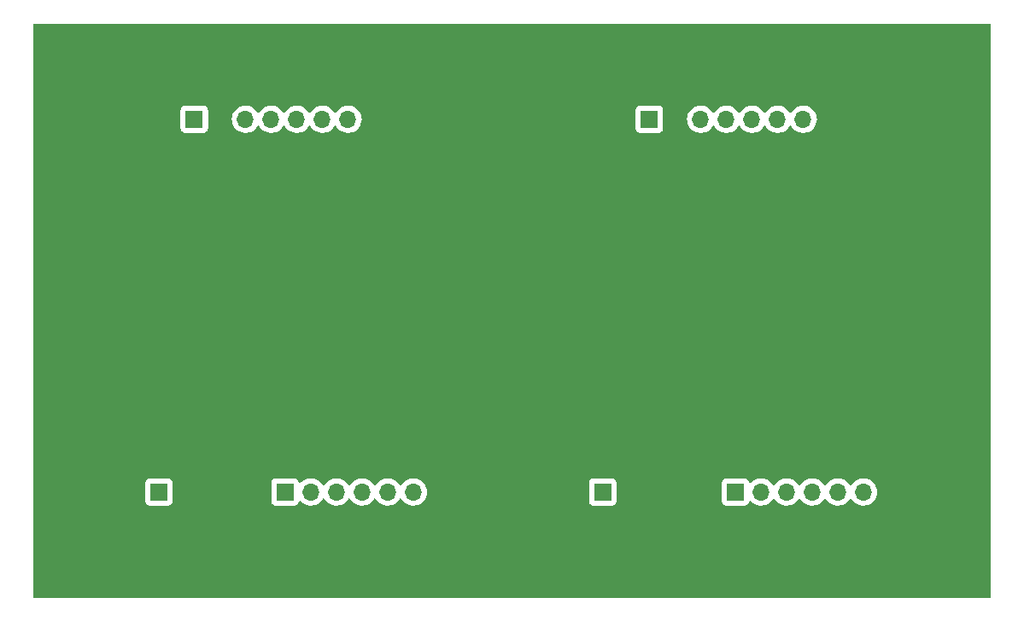
<source format=gbl>
G04 #@! TF.GenerationSoftware,KiCad,Pcbnew,(6.0.1)*
G04 #@! TF.CreationDate,2023-03-29T19:46:05-04:00*
G04 #@! TF.ProjectId,G-NiceRF Breakout Board,472d4e69-6365-4524-9620-427265616b6f,rev?*
G04 #@! TF.SameCoordinates,Original*
G04 #@! TF.FileFunction,Copper,L2,Bot*
G04 #@! TF.FilePolarity,Positive*
%FSLAX46Y46*%
G04 Gerber Fmt 4.6, Leading zero omitted, Abs format (unit mm)*
G04 Created by KiCad (PCBNEW (6.0.1)) date 2023-03-29 19:46:05*
%MOMM*%
%LPD*%
G01*
G04 APERTURE LIST*
G04 #@! TA.AperFunction,ComponentPad*
%ADD10R,1.700000X1.700000*%
G04 #@! TD*
G04 #@! TA.AperFunction,ComponentPad*
%ADD11O,1.700000X1.700000*%
G04 #@! TD*
G04 APERTURE END LIST*
D10*
X137125000Y-45000000D03*
D11*
X139665000Y-45000000D03*
X142205000Y-45000000D03*
X144745000Y-45000000D03*
X147285000Y-45000000D03*
X149825000Y-45000000D03*
X152365000Y-45000000D03*
X154905000Y-45000000D03*
D10*
X145650000Y-82000000D03*
D11*
X148190000Y-82000000D03*
X150730000Y-82000000D03*
X153270000Y-82000000D03*
X155810000Y-82000000D03*
X158350000Y-82000000D03*
D10*
X88500000Y-82000000D03*
D11*
X91040000Y-82000000D03*
D10*
X92000000Y-45000000D03*
D11*
X94540000Y-45000000D03*
X97080000Y-45000000D03*
X99620000Y-45000000D03*
X102160000Y-45000000D03*
X104700000Y-45000000D03*
X107240000Y-45000000D03*
X109780000Y-45000000D03*
D10*
X132500000Y-82000000D03*
D11*
X135040000Y-82000000D03*
D10*
X101000000Y-82000000D03*
D11*
X103540000Y-82000000D03*
X106080000Y-82000000D03*
X108620000Y-82000000D03*
X111160000Y-82000000D03*
X113700000Y-82000000D03*
G04 #@! TA.AperFunction,Conductor*
G36*
X170934121Y-35528002D02*
G01*
X170980614Y-35581658D01*
X170992000Y-35634000D01*
X170992000Y-92366000D01*
X170971998Y-92434121D01*
X170918342Y-92480614D01*
X170866000Y-92492000D01*
X76134000Y-92492000D01*
X76065879Y-92471998D01*
X76019386Y-92418342D01*
X76008000Y-92366000D01*
X76008000Y-82898134D01*
X87141500Y-82898134D01*
X87148255Y-82960316D01*
X87199385Y-83096705D01*
X87286739Y-83213261D01*
X87403295Y-83300615D01*
X87539684Y-83351745D01*
X87601866Y-83358500D01*
X89398134Y-83358500D01*
X89460316Y-83351745D01*
X89596705Y-83300615D01*
X89713261Y-83213261D01*
X89800615Y-83096705D01*
X89851745Y-82960316D01*
X89858500Y-82898134D01*
X99641500Y-82898134D01*
X99648255Y-82960316D01*
X99699385Y-83096705D01*
X99786739Y-83213261D01*
X99903295Y-83300615D01*
X100039684Y-83351745D01*
X100101866Y-83358500D01*
X101898134Y-83358500D01*
X101960316Y-83351745D01*
X102096705Y-83300615D01*
X102213261Y-83213261D01*
X102300615Y-83096705D01*
X102322799Y-83037529D01*
X102344598Y-82979382D01*
X102387240Y-82922618D01*
X102453802Y-82897918D01*
X102523150Y-82913126D01*
X102557817Y-82941114D01*
X102586250Y-82973938D01*
X102758126Y-83116632D01*
X102951000Y-83229338D01*
X103159692Y-83309030D01*
X103164760Y-83310061D01*
X103164763Y-83310062D01*
X103272017Y-83331883D01*
X103378597Y-83353567D01*
X103383772Y-83353757D01*
X103383774Y-83353757D01*
X103596673Y-83361564D01*
X103596677Y-83361564D01*
X103601837Y-83361753D01*
X103606957Y-83361097D01*
X103606959Y-83361097D01*
X103818288Y-83334025D01*
X103818289Y-83334025D01*
X103823416Y-83333368D01*
X103828366Y-83331883D01*
X104032429Y-83270661D01*
X104032434Y-83270659D01*
X104037384Y-83269174D01*
X104237994Y-83170896D01*
X104419860Y-83041173D01*
X104578096Y-82883489D01*
X104708453Y-82702077D01*
X104709776Y-82703028D01*
X104756645Y-82659857D01*
X104826580Y-82647625D01*
X104892026Y-82675144D01*
X104919875Y-82706994D01*
X104979987Y-82805088D01*
X105126250Y-82973938D01*
X105298126Y-83116632D01*
X105491000Y-83229338D01*
X105699692Y-83309030D01*
X105704760Y-83310061D01*
X105704763Y-83310062D01*
X105812017Y-83331883D01*
X105918597Y-83353567D01*
X105923772Y-83353757D01*
X105923774Y-83353757D01*
X106136673Y-83361564D01*
X106136677Y-83361564D01*
X106141837Y-83361753D01*
X106146957Y-83361097D01*
X106146959Y-83361097D01*
X106358288Y-83334025D01*
X106358289Y-83334025D01*
X106363416Y-83333368D01*
X106368366Y-83331883D01*
X106572429Y-83270661D01*
X106572434Y-83270659D01*
X106577384Y-83269174D01*
X106777994Y-83170896D01*
X106959860Y-83041173D01*
X107118096Y-82883489D01*
X107248453Y-82702077D01*
X107249776Y-82703028D01*
X107296645Y-82659857D01*
X107366580Y-82647625D01*
X107432026Y-82675144D01*
X107459875Y-82706994D01*
X107519987Y-82805088D01*
X107666250Y-82973938D01*
X107838126Y-83116632D01*
X108031000Y-83229338D01*
X108239692Y-83309030D01*
X108244760Y-83310061D01*
X108244763Y-83310062D01*
X108352017Y-83331883D01*
X108458597Y-83353567D01*
X108463772Y-83353757D01*
X108463774Y-83353757D01*
X108676673Y-83361564D01*
X108676677Y-83361564D01*
X108681837Y-83361753D01*
X108686957Y-83361097D01*
X108686959Y-83361097D01*
X108898288Y-83334025D01*
X108898289Y-83334025D01*
X108903416Y-83333368D01*
X108908366Y-83331883D01*
X109112429Y-83270661D01*
X109112434Y-83270659D01*
X109117384Y-83269174D01*
X109317994Y-83170896D01*
X109499860Y-83041173D01*
X109658096Y-82883489D01*
X109788453Y-82702077D01*
X109789776Y-82703028D01*
X109836645Y-82659857D01*
X109906580Y-82647625D01*
X109972026Y-82675144D01*
X109999875Y-82706994D01*
X110059987Y-82805088D01*
X110206250Y-82973938D01*
X110378126Y-83116632D01*
X110571000Y-83229338D01*
X110779692Y-83309030D01*
X110784760Y-83310061D01*
X110784763Y-83310062D01*
X110892017Y-83331883D01*
X110998597Y-83353567D01*
X111003772Y-83353757D01*
X111003774Y-83353757D01*
X111216673Y-83361564D01*
X111216677Y-83361564D01*
X111221837Y-83361753D01*
X111226957Y-83361097D01*
X111226959Y-83361097D01*
X111438288Y-83334025D01*
X111438289Y-83334025D01*
X111443416Y-83333368D01*
X111448366Y-83331883D01*
X111652429Y-83270661D01*
X111652434Y-83270659D01*
X111657384Y-83269174D01*
X111857994Y-83170896D01*
X112039860Y-83041173D01*
X112198096Y-82883489D01*
X112328453Y-82702077D01*
X112329776Y-82703028D01*
X112376645Y-82659857D01*
X112446580Y-82647625D01*
X112512026Y-82675144D01*
X112539875Y-82706994D01*
X112599987Y-82805088D01*
X112746250Y-82973938D01*
X112918126Y-83116632D01*
X113111000Y-83229338D01*
X113319692Y-83309030D01*
X113324760Y-83310061D01*
X113324763Y-83310062D01*
X113432017Y-83331883D01*
X113538597Y-83353567D01*
X113543772Y-83353757D01*
X113543774Y-83353757D01*
X113756673Y-83361564D01*
X113756677Y-83361564D01*
X113761837Y-83361753D01*
X113766957Y-83361097D01*
X113766959Y-83361097D01*
X113978288Y-83334025D01*
X113978289Y-83334025D01*
X113983416Y-83333368D01*
X113988366Y-83331883D01*
X114192429Y-83270661D01*
X114192434Y-83270659D01*
X114197384Y-83269174D01*
X114397994Y-83170896D01*
X114579860Y-83041173D01*
X114723400Y-82898134D01*
X131141500Y-82898134D01*
X131148255Y-82960316D01*
X131199385Y-83096705D01*
X131286739Y-83213261D01*
X131403295Y-83300615D01*
X131539684Y-83351745D01*
X131601866Y-83358500D01*
X133398134Y-83358500D01*
X133460316Y-83351745D01*
X133596705Y-83300615D01*
X133713261Y-83213261D01*
X133800615Y-83096705D01*
X133851745Y-82960316D01*
X133858500Y-82898134D01*
X144291500Y-82898134D01*
X144298255Y-82960316D01*
X144349385Y-83096705D01*
X144436739Y-83213261D01*
X144553295Y-83300615D01*
X144689684Y-83351745D01*
X144751866Y-83358500D01*
X146548134Y-83358500D01*
X146610316Y-83351745D01*
X146746705Y-83300615D01*
X146863261Y-83213261D01*
X146950615Y-83096705D01*
X146972799Y-83037529D01*
X146994598Y-82979382D01*
X147037240Y-82922618D01*
X147103802Y-82897918D01*
X147173150Y-82913126D01*
X147207817Y-82941114D01*
X147236250Y-82973938D01*
X147408126Y-83116632D01*
X147601000Y-83229338D01*
X147809692Y-83309030D01*
X147814760Y-83310061D01*
X147814763Y-83310062D01*
X147922017Y-83331883D01*
X148028597Y-83353567D01*
X148033772Y-83353757D01*
X148033774Y-83353757D01*
X148246673Y-83361564D01*
X148246677Y-83361564D01*
X148251837Y-83361753D01*
X148256957Y-83361097D01*
X148256959Y-83361097D01*
X148468288Y-83334025D01*
X148468289Y-83334025D01*
X148473416Y-83333368D01*
X148478366Y-83331883D01*
X148682429Y-83270661D01*
X148682434Y-83270659D01*
X148687384Y-83269174D01*
X148887994Y-83170896D01*
X149069860Y-83041173D01*
X149228096Y-82883489D01*
X149358453Y-82702077D01*
X149359776Y-82703028D01*
X149406645Y-82659857D01*
X149476580Y-82647625D01*
X149542026Y-82675144D01*
X149569875Y-82706994D01*
X149629987Y-82805088D01*
X149776250Y-82973938D01*
X149948126Y-83116632D01*
X150141000Y-83229338D01*
X150349692Y-83309030D01*
X150354760Y-83310061D01*
X150354763Y-83310062D01*
X150462017Y-83331883D01*
X150568597Y-83353567D01*
X150573772Y-83353757D01*
X150573774Y-83353757D01*
X150786673Y-83361564D01*
X150786677Y-83361564D01*
X150791837Y-83361753D01*
X150796957Y-83361097D01*
X150796959Y-83361097D01*
X151008288Y-83334025D01*
X151008289Y-83334025D01*
X151013416Y-83333368D01*
X151018366Y-83331883D01*
X151222429Y-83270661D01*
X151222434Y-83270659D01*
X151227384Y-83269174D01*
X151427994Y-83170896D01*
X151609860Y-83041173D01*
X151768096Y-82883489D01*
X151898453Y-82702077D01*
X151899776Y-82703028D01*
X151946645Y-82659857D01*
X152016580Y-82647625D01*
X152082026Y-82675144D01*
X152109875Y-82706994D01*
X152169987Y-82805088D01*
X152316250Y-82973938D01*
X152488126Y-83116632D01*
X152681000Y-83229338D01*
X152889692Y-83309030D01*
X152894760Y-83310061D01*
X152894763Y-83310062D01*
X153002017Y-83331883D01*
X153108597Y-83353567D01*
X153113772Y-83353757D01*
X153113774Y-83353757D01*
X153326673Y-83361564D01*
X153326677Y-83361564D01*
X153331837Y-83361753D01*
X153336957Y-83361097D01*
X153336959Y-83361097D01*
X153548288Y-83334025D01*
X153548289Y-83334025D01*
X153553416Y-83333368D01*
X153558366Y-83331883D01*
X153762429Y-83270661D01*
X153762434Y-83270659D01*
X153767384Y-83269174D01*
X153967994Y-83170896D01*
X154149860Y-83041173D01*
X154308096Y-82883489D01*
X154438453Y-82702077D01*
X154439776Y-82703028D01*
X154486645Y-82659857D01*
X154556580Y-82647625D01*
X154622026Y-82675144D01*
X154649875Y-82706994D01*
X154709987Y-82805088D01*
X154856250Y-82973938D01*
X155028126Y-83116632D01*
X155221000Y-83229338D01*
X155429692Y-83309030D01*
X155434760Y-83310061D01*
X155434763Y-83310062D01*
X155542017Y-83331883D01*
X155648597Y-83353567D01*
X155653772Y-83353757D01*
X155653774Y-83353757D01*
X155866673Y-83361564D01*
X155866677Y-83361564D01*
X155871837Y-83361753D01*
X155876957Y-83361097D01*
X155876959Y-83361097D01*
X156088288Y-83334025D01*
X156088289Y-83334025D01*
X156093416Y-83333368D01*
X156098366Y-83331883D01*
X156302429Y-83270661D01*
X156302434Y-83270659D01*
X156307384Y-83269174D01*
X156507994Y-83170896D01*
X156689860Y-83041173D01*
X156848096Y-82883489D01*
X156978453Y-82702077D01*
X156979776Y-82703028D01*
X157026645Y-82659857D01*
X157096580Y-82647625D01*
X157162026Y-82675144D01*
X157189875Y-82706994D01*
X157249987Y-82805088D01*
X157396250Y-82973938D01*
X157568126Y-83116632D01*
X157761000Y-83229338D01*
X157969692Y-83309030D01*
X157974760Y-83310061D01*
X157974763Y-83310062D01*
X158082017Y-83331883D01*
X158188597Y-83353567D01*
X158193772Y-83353757D01*
X158193774Y-83353757D01*
X158406673Y-83361564D01*
X158406677Y-83361564D01*
X158411837Y-83361753D01*
X158416957Y-83361097D01*
X158416959Y-83361097D01*
X158628288Y-83334025D01*
X158628289Y-83334025D01*
X158633416Y-83333368D01*
X158638366Y-83331883D01*
X158842429Y-83270661D01*
X158842434Y-83270659D01*
X158847384Y-83269174D01*
X159047994Y-83170896D01*
X159229860Y-83041173D01*
X159388096Y-82883489D01*
X159518453Y-82702077D01*
X159539320Y-82659857D01*
X159615136Y-82506453D01*
X159615137Y-82506451D01*
X159617430Y-82501811D01*
X159682370Y-82288069D01*
X159711529Y-82066590D01*
X159713156Y-82000000D01*
X159694852Y-81777361D01*
X159640431Y-81560702D01*
X159551354Y-81355840D01*
X159430014Y-81168277D01*
X159279670Y-81003051D01*
X159275619Y-80999852D01*
X159275615Y-80999848D01*
X159108414Y-80867800D01*
X159108410Y-80867798D01*
X159104359Y-80864598D01*
X158908789Y-80756638D01*
X158903920Y-80754914D01*
X158903916Y-80754912D01*
X158703087Y-80683795D01*
X158703083Y-80683794D01*
X158698212Y-80682069D01*
X158693119Y-80681162D01*
X158693116Y-80681161D01*
X158483373Y-80643800D01*
X158483367Y-80643799D01*
X158478284Y-80642894D01*
X158404452Y-80641992D01*
X158260081Y-80640228D01*
X158260079Y-80640228D01*
X158254911Y-80640165D01*
X158034091Y-80673955D01*
X157821756Y-80743357D01*
X157623607Y-80846507D01*
X157619474Y-80849610D01*
X157619471Y-80849612D01*
X157449100Y-80977530D01*
X157444965Y-80980635D01*
X157441393Y-80984373D01*
X157333729Y-81097037D01*
X157290629Y-81142138D01*
X157183201Y-81299621D01*
X157128293Y-81344621D01*
X157057768Y-81352792D01*
X156994021Y-81321538D01*
X156973324Y-81297054D01*
X156892822Y-81172617D01*
X156892820Y-81172614D01*
X156890014Y-81168277D01*
X156739670Y-81003051D01*
X156735619Y-80999852D01*
X156735615Y-80999848D01*
X156568414Y-80867800D01*
X156568410Y-80867798D01*
X156564359Y-80864598D01*
X156368789Y-80756638D01*
X156363920Y-80754914D01*
X156363916Y-80754912D01*
X156163087Y-80683795D01*
X156163083Y-80683794D01*
X156158212Y-80682069D01*
X156153119Y-80681162D01*
X156153116Y-80681161D01*
X155943373Y-80643800D01*
X155943367Y-80643799D01*
X155938284Y-80642894D01*
X155864452Y-80641992D01*
X155720081Y-80640228D01*
X155720079Y-80640228D01*
X155714911Y-80640165D01*
X155494091Y-80673955D01*
X155281756Y-80743357D01*
X155083607Y-80846507D01*
X155079474Y-80849610D01*
X155079471Y-80849612D01*
X154909100Y-80977530D01*
X154904965Y-80980635D01*
X154901393Y-80984373D01*
X154793729Y-81097037D01*
X154750629Y-81142138D01*
X154643201Y-81299621D01*
X154588293Y-81344621D01*
X154517768Y-81352792D01*
X154454021Y-81321538D01*
X154433324Y-81297054D01*
X154352822Y-81172617D01*
X154352820Y-81172614D01*
X154350014Y-81168277D01*
X154199670Y-81003051D01*
X154195619Y-80999852D01*
X154195615Y-80999848D01*
X154028414Y-80867800D01*
X154028410Y-80867798D01*
X154024359Y-80864598D01*
X153828789Y-80756638D01*
X153823920Y-80754914D01*
X153823916Y-80754912D01*
X153623087Y-80683795D01*
X153623083Y-80683794D01*
X153618212Y-80682069D01*
X153613119Y-80681162D01*
X153613116Y-80681161D01*
X153403373Y-80643800D01*
X153403367Y-80643799D01*
X153398284Y-80642894D01*
X153324452Y-80641992D01*
X153180081Y-80640228D01*
X153180079Y-80640228D01*
X153174911Y-80640165D01*
X152954091Y-80673955D01*
X152741756Y-80743357D01*
X152543607Y-80846507D01*
X152539474Y-80849610D01*
X152539471Y-80849612D01*
X152369100Y-80977530D01*
X152364965Y-80980635D01*
X152361393Y-80984373D01*
X152253729Y-81097037D01*
X152210629Y-81142138D01*
X152103201Y-81299621D01*
X152048293Y-81344621D01*
X151977768Y-81352792D01*
X151914021Y-81321538D01*
X151893324Y-81297054D01*
X151812822Y-81172617D01*
X151812820Y-81172614D01*
X151810014Y-81168277D01*
X151659670Y-81003051D01*
X151655619Y-80999852D01*
X151655615Y-80999848D01*
X151488414Y-80867800D01*
X151488410Y-80867798D01*
X151484359Y-80864598D01*
X151288789Y-80756638D01*
X151283920Y-80754914D01*
X151283916Y-80754912D01*
X151083087Y-80683795D01*
X151083083Y-80683794D01*
X151078212Y-80682069D01*
X151073119Y-80681162D01*
X151073116Y-80681161D01*
X150863373Y-80643800D01*
X150863367Y-80643799D01*
X150858284Y-80642894D01*
X150784452Y-80641992D01*
X150640081Y-80640228D01*
X150640079Y-80640228D01*
X150634911Y-80640165D01*
X150414091Y-80673955D01*
X150201756Y-80743357D01*
X150003607Y-80846507D01*
X149999474Y-80849610D01*
X149999471Y-80849612D01*
X149829100Y-80977530D01*
X149824965Y-80980635D01*
X149821393Y-80984373D01*
X149713729Y-81097037D01*
X149670629Y-81142138D01*
X149563201Y-81299621D01*
X149508293Y-81344621D01*
X149437768Y-81352792D01*
X149374021Y-81321538D01*
X149353324Y-81297054D01*
X149272822Y-81172617D01*
X149272820Y-81172614D01*
X149270014Y-81168277D01*
X149119670Y-81003051D01*
X149115619Y-80999852D01*
X149115615Y-80999848D01*
X148948414Y-80867800D01*
X148948410Y-80867798D01*
X148944359Y-80864598D01*
X148748789Y-80756638D01*
X148743920Y-80754914D01*
X148743916Y-80754912D01*
X148543087Y-80683795D01*
X148543083Y-80683794D01*
X148538212Y-80682069D01*
X148533119Y-80681162D01*
X148533116Y-80681161D01*
X148323373Y-80643800D01*
X148323367Y-80643799D01*
X148318284Y-80642894D01*
X148244452Y-80641992D01*
X148100081Y-80640228D01*
X148100079Y-80640228D01*
X148094911Y-80640165D01*
X147874091Y-80673955D01*
X147661756Y-80743357D01*
X147463607Y-80846507D01*
X147459474Y-80849610D01*
X147459471Y-80849612D01*
X147289100Y-80977530D01*
X147284965Y-80980635D01*
X147228537Y-81039684D01*
X147204283Y-81065064D01*
X147142759Y-81100494D01*
X147071846Y-81097037D01*
X147014060Y-81055791D01*
X146995207Y-81022243D01*
X146953767Y-80911703D01*
X146950615Y-80903295D01*
X146863261Y-80786739D01*
X146746705Y-80699385D01*
X146610316Y-80648255D01*
X146548134Y-80641500D01*
X144751866Y-80641500D01*
X144689684Y-80648255D01*
X144553295Y-80699385D01*
X144436739Y-80786739D01*
X144349385Y-80903295D01*
X144298255Y-81039684D01*
X144291500Y-81101866D01*
X144291500Y-82898134D01*
X133858500Y-82898134D01*
X133858500Y-81101866D01*
X133851745Y-81039684D01*
X133800615Y-80903295D01*
X133713261Y-80786739D01*
X133596705Y-80699385D01*
X133460316Y-80648255D01*
X133398134Y-80641500D01*
X131601866Y-80641500D01*
X131539684Y-80648255D01*
X131403295Y-80699385D01*
X131286739Y-80786739D01*
X131199385Y-80903295D01*
X131148255Y-81039684D01*
X131141500Y-81101866D01*
X131141500Y-82898134D01*
X114723400Y-82898134D01*
X114738096Y-82883489D01*
X114868453Y-82702077D01*
X114889320Y-82659857D01*
X114965136Y-82506453D01*
X114965137Y-82506451D01*
X114967430Y-82501811D01*
X115032370Y-82288069D01*
X115061529Y-82066590D01*
X115063156Y-82000000D01*
X115044852Y-81777361D01*
X114990431Y-81560702D01*
X114901354Y-81355840D01*
X114780014Y-81168277D01*
X114629670Y-81003051D01*
X114625619Y-80999852D01*
X114625615Y-80999848D01*
X114458414Y-80867800D01*
X114458410Y-80867798D01*
X114454359Y-80864598D01*
X114258789Y-80756638D01*
X114253920Y-80754914D01*
X114253916Y-80754912D01*
X114053087Y-80683795D01*
X114053083Y-80683794D01*
X114048212Y-80682069D01*
X114043119Y-80681162D01*
X114043116Y-80681161D01*
X113833373Y-80643800D01*
X113833367Y-80643799D01*
X113828284Y-80642894D01*
X113754452Y-80641992D01*
X113610081Y-80640228D01*
X113610079Y-80640228D01*
X113604911Y-80640165D01*
X113384091Y-80673955D01*
X113171756Y-80743357D01*
X112973607Y-80846507D01*
X112969474Y-80849610D01*
X112969471Y-80849612D01*
X112799100Y-80977530D01*
X112794965Y-80980635D01*
X112791393Y-80984373D01*
X112683729Y-81097037D01*
X112640629Y-81142138D01*
X112533201Y-81299621D01*
X112478293Y-81344621D01*
X112407768Y-81352792D01*
X112344021Y-81321538D01*
X112323324Y-81297054D01*
X112242822Y-81172617D01*
X112242820Y-81172614D01*
X112240014Y-81168277D01*
X112089670Y-81003051D01*
X112085619Y-80999852D01*
X112085615Y-80999848D01*
X111918414Y-80867800D01*
X111918410Y-80867798D01*
X111914359Y-80864598D01*
X111718789Y-80756638D01*
X111713920Y-80754914D01*
X111713916Y-80754912D01*
X111513087Y-80683795D01*
X111513083Y-80683794D01*
X111508212Y-80682069D01*
X111503119Y-80681162D01*
X111503116Y-80681161D01*
X111293373Y-80643800D01*
X111293367Y-80643799D01*
X111288284Y-80642894D01*
X111214452Y-80641992D01*
X111070081Y-80640228D01*
X111070079Y-80640228D01*
X111064911Y-80640165D01*
X110844091Y-80673955D01*
X110631756Y-80743357D01*
X110433607Y-80846507D01*
X110429474Y-80849610D01*
X110429471Y-80849612D01*
X110259100Y-80977530D01*
X110254965Y-80980635D01*
X110251393Y-80984373D01*
X110143729Y-81097037D01*
X110100629Y-81142138D01*
X109993201Y-81299621D01*
X109938293Y-81344621D01*
X109867768Y-81352792D01*
X109804021Y-81321538D01*
X109783324Y-81297054D01*
X109702822Y-81172617D01*
X109702820Y-81172614D01*
X109700014Y-81168277D01*
X109549670Y-81003051D01*
X109545619Y-80999852D01*
X109545615Y-80999848D01*
X109378414Y-80867800D01*
X109378410Y-80867798D01*
X109374359Y-80864598D01*
X109178789Y-80756638D01*
X109173920Y-80754914D01*
X109173916Y-80754912D01*
X108973087Y-80683795D01*
X108973083Y-80683794D01*
X108968212Y-80682069D01*
X108963119Y-80681162D01*
X108963116Y-80681161D01*
X108753373Y-80643800D01*
X108753367Y-80643799D01*
X108748284Y-80642894D01*
X108674452Y-80641992D01*
X108530081Y-80640228D01*
X108530079Y-80640228D01*
X108524911Y-80640165D01*
X108304091Y-80673955D01*
X108091756Y-80743357D01*
X107893607Y-80846507D01*
X107889474Y-80849610D01*
X107889471Y-80849612D01*
X107719100Y-80977530D01*
X107714965Y-80980635D01*
X107711393Y-80984373D01*
X107603729Y-81097037D01*
X107560629Y-81142138D01*
X107453201Y-81299621D01*
X107398293Y-81344621D01*
X107327768Y-81352792D01*
X107264021Y-81321538D01*
X107243324Y-81297054D01*
X107162822Y-81172617D01*
X107162820Y-81172614D01*
X107160014Y-81168277D01*
X107009670Y-81003051D01*
X107005619Y-80999852D01*
X107005615Y-80999848D01*
X106838414Y-80867800D01*
X106838410Y-80867798D01*
X106834359Y-80864598D01*
X106638789Y-80756638D01*
X106633920Y-80754914D01*
X106633916Y-80754912D01*
X106433087Y-80683795D01*
X106433083Y-80683794D01*
X106428212Y-80682069D01*
X106423119Y-80681162D01*
X106423116Y-80681161D01*
X106213373Y-80643800D01*
X106213367Y-80643799D01*
X106208284Y-80642894D01*
X106134452Y-80641992D01*
X105990081Y-80640228D01*
X105990079Y-80640228D01*
X105984911Y-80640165D01*
X105764091Y-80673955D01*
X105551756Y-80743357D01*
X105353607Y-80846507D01*
X105349474Y-80849610D01*
X105349471Y-80849612D01*
X105179100Y-80977530D01*
X105174965Y-80980635D01*
X105171393Y-80984373D01*
X105063729Y-81097037D01*
X105020629Y-81142138D01*
X104913201Y-81299621D01*
X104858293Y-81344621D01*
X104787768Y-81352792D01*
X104724021Y-81321538D01*
X104703324Y-81297054D01*
X104622822Y-81172617D01*
X104622820Y-81172614D01*
X104620014Y-81168277D01*
X104469670Y-81003051D01*
X104465619Y-80999852D01*
X104465615Y-80999848D01*
X104298414Y-80867800D01*
X104298410Y-80867798D01*
X104294359Y-80864598D01*
X104098789Y-80756638D01*
X104093920Y-80754914D01*
X104093916Y-80754912D01*
X103893087Y-80683795D01*
X103893083Y-80683794D01*
X103888212Y-80682069D01*
X103883119Y-80681162D01*
X103883116Y-80681161D01*
X103673373Y-80643800D01*
X103673367Y-80643799D01*
X103668284Y-80642894D01*
X103594452Y-80641992D01*
X103450081Y-80640228D01*
X103450079Y-80640228D01*
X103444911Y-80640165D01*
X103224091Y-80673955D01*
X103011756Y-80743357D01*
X102813607Y-80846507D01*
X102809474Y-80849610D01*
X102809471Y-80849612D01*
X102639100Y-80977530D01*
X102634965Y-80980635D01*
X102578537Y-81039684D01*
X102554283Y-81065064D01*
X102492759Y-81100494D01*
X102421846Y-81097037D01*
X102364060Y-81055791D01*
X102345207Y-81022243D01*
X102303767Y-80911703D01*
X102300615Y-80903295D01*
X102213261Y-80786739D01*
X102096705Y-80699385D01*
X101960316Y-80648255D01*
X101898134Y-80641500D01*
X100101866Y-80641500D01*
X100039684Y-80648255D01*
X99903295Y-80699385D01*
X99786739Y-80786739D01*
X99699385Y-80903295D01*
X99648255Y-81039684D01*
X99641500Y-81101866D01*
X99641500Y-82898134D01*
X89858500Y-82898134D01*
X89858500Y-81101866D01*
X89851745Y-81039684D01*
X89800615Y-80903295D01*
X89713261Y-80786739D01*
X89596705Y-80699385D01*
X89460316Y-80648255D01*
X89398134Y-80641500D01*
X87601866Y-80641500D01*
X87539684Y-80648255D01*
X87403295Y-80699385D01*
X87286739Y-80786739D01*
X87199385Y-80903295D01*
X87148255Y-81039684D01*
X87141500Y-81101866D01*
X87141500Y-82898134D01*
X76008000Y-82898134D01*
X76008000Y-45898134D01*
X90641500Y-45898134D01*
X90648255Y-45960316D01*
X90699385Y-46096705D01*
X90786739Y-46213261D01*
X90903295Y-46300615D01*
X91039684Y-46351745D01*
X91101866Y-46358500D01*
X92898134Y-46358500D01*
X92960316Y-46351745D01*
X93096705Y-46300615D01*
X93213261Y-46213261D01*
X93300615Y-46096705D01*
X93351745Y-45960316D01*
X93358500Y-45898134D01*
X93358500Y-44966695D01*
X95717251Y-44966695D01*
X95717548Y-44971848D01*
X95717548Y-44971851D01*
X95723011Y-45066590D01*
X95730110Y-45189715D01*
X95731247Y-45194761D01*
X95731248Y-45194767D01*
X95751119Y-45282939D01*
X95779222Y-45407639D01*
X95863266Y-45614616D01*
X95914019Y-45697438D01*
X95977291Y-45800688D01*
X95979987Y-45805088D01*
X96126250Y-45973938D01*
X96298126Y-46116632D01*
X96491000Y-46229338D01*
X96699692Y-46309030D01*
X96704760Y-46310061D01*
X96704763Y-46310062D01*
X96812017Y-46331883D01*
X96918597Y-46353567D01*
X96923772Y-46353757D01*
X96923774Y-46353757D01*
X97136673Y-46361564D01*
X97136677Y-46361564D01*
X97141837Y-46361753D01*
X97146957Y-46361097D01*
X97146959Y-46361097D01*
X97358288Y-46334025D01*
X97358289Y-46334025D01*
X97363416Y-46333368D01*
X97368366Y-46331883D01*
X97572429Y-46270661D01*
X97572434Y-46270659D01*
X97577384Y-46269174D01*
X97777994Y-46170896D01*
X97959860Y-46041173D01*
X98118096Y-45883489D01*
X98177594Y-45800689D01*
X98248453Y-45702077D01*
X98249776Y-45703028D01*
X98296645Y-45659857D01*
X98366580Y-45647625D01*
X98432026Y-45675144D01*
X98459875Y-45706994D01*
X98519987Y-45805088D01*
X98666250Y-45973938D01*
X98838126Y-46116632D01*
X99031000Y-46229338D01*
X99239692Y-46309030D01*
X99244760Y-46310061D01*
X99244763Y-46310062D01*
X99352017Y-46331883D01*
X99458597Y-46353567D01*
X99463772Y-46353757D01*
X99463774Y-46353757D01*
X99676673Y-46361564D01*
X99676677Y-46361564D01*
X99681837Y-46361753D01*
X99686957Y-46361097D01*
X99686959Y-46361097D01*
X99898288Y-46334025D01*
X99898289Y-46334025D01*
X99903416Y-46333368D01*
X99908366Y-46331883D01*
X100112429Y-46270661D01*
X100112434Y-46270659D01*
X100117384Y-46269174D01*
X100317994Y-46170896D01*
X100499860Y-46041173D01*
X100658096Y-45883489D01*
X100717594Y-45800689D01*
X100788453Y-45702077D01*
X100789776Y-45703028D01*
X100836645Y-45659857D01*
X100906580Y-45647625D01*
X100972026Y-45675144D01*
X100999875Y-45706994D01*
X101059987Y-45805088D01*
X101206250Y-45973938D01*
X101378126Y-46116632D01*
X101571000Y-46229338D01*
X101779692Y-46309030D01*
X101784760Y-46310061D01*
X101784763Y-46310062D01*
X101892017Y-46331883D01*
X101998597Y-46353567D01*
X102003772Y-46353757D01*
X102003774Y-46353757D01*
X102216673Y-46361564D01*
X102216677Y-46361564D01*
X102221837Y-46361753D01*
X102226957Y-46361097D01*
X102226959Y-46361097D01*
X102438288Y-46334025D01*
X102438289Y-46334025D01*
X102443416Y-46333368D01*
X102448366Y-46331883D01*
X102652429Y-46270661D01*
X102652434Y-46270659D01*
X102657384Y-46269174D01*
X102857994Y-46170896D01*
X103039860Y-46041173D01*
X103198096Y-45883489D01*
X103257594Y-45800689D01*
X103328453Y-45702077D01*
X103329776Y-45703028D01*
X103376645Y-45659857D01*
X103446580Y-45647625D01*
X103512026Y-45675144D01*
X103539875Y-45706994D01*
X103599987Y-45805088D01*
X103746250Y-45973938D01*
X103918126Y-46116632D01*
X104111000Y-46229338D01*
X104319692Y-46309030D01*
X104324760Y-46310061D01*
X104324763Y-46310062D01*
X104432017Y-46331883D01*
X104538597Y-46353567D01*
X104543772Y-46353757D01*
X104543774Y-46353757D01*
X104756673Y-46361564D01*
X104756677Y-46361564D01*
X104761837Y-46361753D01*
X104766957Y-46361097D01*
X104766959Y-46361097D01*
X104978288Y-46334025D01*
X104978289Y-46334025D01*
X104983416Y-46333368D01*
X104988366Y-46331883D01*
X105192429Y-46270661D01*
X105192434Y-46270659D01*
X105197384Y-46269174D01*
X105397994Y-46170896D01*
X105579860Y-46041173D01*
X105738096Y-45883489D01*
X105797594Y-45800689D01*
X105868453Y-45702077D01*
X105869776Y-45703028D01*
X105916645Y-45659857D01*
X105986580Y-45647625D01*
X106052026Y-45675144D01*
X106079875Y-45706994D01*
X106139987Y-45805088D01*
X106286250Y-45973938D01*
X106458126Y-46116632D01*
X106651000Y-46229338D01*
X106859692Y-46309030D01*
X106864760Y-46310061D01*
X106864763Y-46310062D01*
X106972017Y-46331883D01*
X107078597Y-46353567D01*
X107083772Y-46353757D01*
X107083774Y-46353757D01*
X107296673Y-46361564D01*
X107296677Y-46361564D01*
X107301837Y-46361753D01*
X107306957Y-46361097D01*
X107306959Y-46361097D01*
X107518288Y-46334025D01*
X107518289Y-46334025D01*
X107523416Y-46333368D01*
X107528366Y-46331883D01*
X107732429Y-46270661D01*
X107732434Y-46270659D01*
X107737384Y-46269174D01*
X107937994Y-46170896D01*
X108119860Y-46041173D01*
X108263400Y-45898134D01*
X135766500Y-45898134D01*
X135773255Y-45960316D01*
X135824385Y-46096705D01*
X135911739Y-46213261D01*
X136028295Y-46300615D01*
X136164684Y-46351745D01*
X136226866Y-46358500D01*
X138023134Y-46358500D01*
X138085316Y-46351745D01*
X138221705Y-46300615D01*
X138338261Y-46213261D01*
X138425615Y-46096705D01*
X138476745Y-45960316D01*
X138483500Y-45898134D01*
X138483500Y-44966695D01*
X140842251Y-44966695D01*
X140842548Y-44971848D01*
X140842548Y-44971851D01*
X140848011Y-45066590D01*
X140855110Y-45189715D01*
X140856247Y-45194761D01*
X140856248Y-45194767D01*
X140876119Y-45282939D01*
X140904222Y-45407639D01*
X140988266Y-45614616D01*
X141039019Y-45697438D01*
X141102291Y-45800688D01*
X141104987Y-45805088D01*
X141251250Y-45973938D01*
X141423126Y-46116632D01*
X141616000Y-46229338D01*
X141824692Y-46309030D01*
X141829760Y-46310061D01*
X141829763Y-46310062D01*
X141937017Y-46331883D01*
X142043597Y-46353567D01*
X142048772Y-46353757D01*
X142048774Y-46353757D01*
X142261673Y-46361564D01*
X142261677Y-46361564D01*
X142266837Y-46361753D01*
X142271957Y-46361097D01*
X142271959Y-46361097D01*
X142483288Y-46334025D01*
X142483289Y-46334025D01*
X142488416Y-46333368D01*
X142493366Y-46331883D01*
X142697429Y-46270661D01*
X142697434Y-46270659D01*
X142702384Y-46269174D01*
X142902994Y-46170896D01*
X143084860Y-46041173D01*
X143243096Y-45883489D01*
X143302594Y-45800689D01*
X143373453Y-45702077D01*
X143374776Y-45703028D01*
X143421645Y-45659857D01*
X143491580Y-45647625D01*
X143557026Y-45675144D01*
X143584875Y-45706994D01*
X143644987Y-45805088D01*
X143791250Y-45973938D01*
X143963126Y-46116632D01*
X144156000Y-46229338D01*
X144364692Y-46309030D01*
X144369760Y-46310061D01*
X144369763Y-46310062D01*
X144477017Y-46331883D01*
X144583597Y-46353567D01*
X144588772Y-46353757D01*
X144588774Y-46353757D01*
X144801673Y-46361564D01*
X144801677Y-46361564D01*
X144806837Y-46361753D01*
X144811957Y-46361097D01*
X144811959Y-46361097D01*
X145023288Y-46334025D01*
X145023289Y-46334025D01*
X145028416Y-46333368D01*
X145033366Y-46331883D01*
X145237429Y-46270661D01*
X145237434Y-46270659D01*
X145242384Y-46269174D01*
X145442994Y-46170896D01*
X145624860Y-46041173D01*
X145783096Y-45883489D01*
X145842594Y-45800689D01*
X145913453Y-45702077D01*
X145914776Y-45703028D01*
X145961645Y-45659857D01*
X146031580Y-45647625D01*
X146097026Y-45675144D01*
X146124875Y-45706994D01*
X146184987Y-45805088D01*
X146331250Y-45973938D01*
X146503126Y-46116632D01*
X146696000Y-46229338D01*
X146904692Y-46309030D01*
X146909760Y-46310061D01*
X146909763Y-46310062D01*
X147017017Y-46331883D01*
X147123597Y-46353567D01*
X147128772Y-46353757D01*
X147128774Y-46353757D01*
X147341673Y-46361564D01*
X147341677Y-46361564D01*
X147346837Y-46361753D01*
X147351957Y-46361097D01*
X147351959Y-46361097D01*
X147563288Y-46334025D01*
X147563289Y-46334025D01*
X147568416Y-46333368D01*
X147573366Y-46331883D01*
X147777429Y-46270661D01*
X147777434Y-46270659D01*
X147782384Y-46269174D01*
X147982994Y-46170896D01*
X148164860Y-46041173D01*
X148323096Y-45883489D01*
X148382594Y-45800689D01*
X148453453Y-45702077D01*
X148454776Y-45703028D01*
X148501645Y-45659857D01*
X148571580Y-45647625D01*
X148637026Y-45675144D01*
X148664875Y-45706994D01*
X148724987Y-45805088D01*
X148871250Y-45973938D01*
X149043126Y-46116632D01*
X149236000Y-46229338D01*
X149444692Y-46309030D01*
X149449760Y-46310061D01*
X149449763Y-46310062D01*
X149557017Y-46331883D01*
X149663597Y-46353567D01*
X149668772Y-46353757D01*
X149668774Y-46353757D01*
X149881673Y-46361564D01*
X149881677Y-46361564D01*
X149886837Y-46361753D01*
X149891957Y-46361097D01*
X149891959Y-46361097D01*
X150103288Y-46334025D01*
X150103289Y-46334025D01*
X150108416Y-46333368D01*
X150113366Y-46331883D01*
X150317429Y-46270661D01*
X150317434Y-46270659D01*
X150322384Y-46269174D01*
X150522994Y-46170896D01*
X150704860Y-46041173D01*
X150863096Y-45883489D01*
X150922594Y-45800689D01*
X150993453Y-45702077D01*
X150994776Y-45703028D01*
X151041645Y-45659857D01*
X151111580Y-45647625D01*
X151177026Y-45675144D01*
X151204875Y-45706994D01*
X151264987Y-45805088D01*
X151411250Y-45973938D01*
X151583126Y-46116632D01*
X151776000Y-46229338D01*
X151984692Y-46309030D01*
X151989760Y-46310061D01*
X151989763Y-46310062D01*
X152097017Y-46331883D01*
X152203597Y-46353567D01*
X152208772Y-46353757D01*
X152208774Y-46353757D01*
X152421673Y-46361564D01*
X152421677Y-46361564D01*
X152426837Y-46361753D01*
X152431957Y-46361097D01*
X152431959Y-46361097D01*
X152643288Y-46334025D01*
X152643289Y-46334025D01*
X152648416Y-46333368D01*
X152653366Y-46331883D01*
X152857429Y-46270661D01*
X152857434Y-46270659D01*
X152862384Y-46269174D01*
X153062994Y-46170896D01*
X153244860Y-46041173D01*
X153403096Y-45883489D01*
X153462594Y-45800689D01*
X153530435Y-45706277D01*
X153533453Y-45702077D01*
X153554320Y-45659857D01*
X153630136Y-45506453D01*
X153630137Y-45506451D01*
X153632430Y-45501811D01*
X153697370Y-45288069D01*
X153726529Y-45066590D01*
X153728156Y-45000000D01*
X153709852Y-44777361D01*
X153655431Y-44560702D01*
X153566354Y-44355840D01*
X153445014Y-44168277D01*
X153294670Y-44003051D01*
X153290619Y-43999852D01*
X153290615Y-43999848D01*
X153123414Y-43867800D01*
X153123410Y-43867798D01*
X153119359Y-43864598D01*
X152923789Y-43756638D01*
X152918920Y-43754914D01*
X152918916Y-43754912D01*
X152718087Y-43683795D01*
X152718083Y-43683794D01*
X152713212Y-43682069D01*
X152708119Y-43681162D01*
X152708116Y-43681161D01*
X152498373Y-43643800D01*
X152498367Y-43643799D01*
X152493284Y-43642894D01*
X152419452Y-43641992D01*
X152275081Y-43640228D01*
X152275079Y-43640228D01*
X152269911Y-43640165D01*
X152049091Y-43673955D01*
X151836756Y-43743357D01*
X151638607Y-43846507D01*
X151634474Y-43849610D01*
X151634471Y-43849612D01*
X151464100Y-43977530D01*
X151459965Y-43980635D01*
X151305629Y-44142138D01*
X151198201Y-44299621D01*
X151143293Y-44344621D01*
X151072768Y-44352792D01*
X151009021Y-44321538D01*
X150988324Y-44297054D01*
X150907822Y-44172617D01*
X150907820Y-44172614D01*
X150905014Y-44168277D01*
X150754670Y-44003051D01*
X150750619Y-43999852D01*
X150750615Y-43999848D01*
X150583414Y-43867800D01*
X150583410Y-43867798D01*
X150579359Y-43864598D01*
X150383789Y-43756638D01*
X150378920Y-43754914D01*
X150378916Y-43754912D01*
X150178087Y-43683795D01*
X150178083Y-43683794D01*
X150173212Y-43682069D01*
X150168119Y-43681162D01*
X150168116Y-43681161D01*
X149958373Y-43643800D01*
X149958367Y-43643799D01*
X149953284Y-43642894D01*
X149879452Y-43641992D01*
X149735081Y-43640228D01*
X149735079Y-43640228D01*
X149729911Y-43640165D01*
X149509091Y-43673955D01*
X149296756Y-43743357D01*
X149098607Y-43846507D01*
X149094474Y-43849610D01*
X149094471Y-43849612D01*
X148924100Y-43977530D01*
X148919965Y-43980635D01*
X148765629Y-44142138D01*
X148658201Y-44299621D01*
X148603293Y-44344621D01*
X148532768Y-44352792D01*
X148469021Y-44321538D01*
X148448324Y-44297054D01*
X148367822Y-44172617D01*
X148367820Y-44172614D01*
X148365014Y-44168277D01*
X148214670Y-44003051D01*
X148210619Y-43999852D01*
X148210615Y-43999848D01*
X148043414Y-43867800D01*
X148043410Y-43867798D01*
X148039359Y-43864598D01*
X147843789Y-43756638D01*
X147838920Y-43754914D01*
X147838916Y-43754912D01*
X147638087Y-43683795D01*
X147638083Y-43683794D01*
X147633212Y-43682069D01*
X147628119Y-43681162D01*
X147628116Y-43681161D01*
X147418373Y-43643800D01*
X147418367Y-43643799D01*
X147413284Y-43642894D01*
X147339452Y-43641992D01*
X147195081Y-43640228D01*
X147195079Y-43640228D01*
X147189911Y-43640165D01*
X146969091Y-43673955D01*
X146756756Y-43743357D01*
X146558607Y-43846507D01*
X146554474Y-43849610D01*
X146554471Y-43849612D01*
X146384100Y-43977530D01*
X146379965Y-43980635D01*
X146225629Y-44142138D01*
X146118201Y-44299621D01*
X146063293Y-44344621D01*
X145992768Y-44352792D01*
X145929021Y-44321538D01*
X145908324Y-44297054D01*
X145827822Y-44172617D01*
X145827820Y-44172614D01*
X145825014Y-44168277D01*
X145674670Y-44003051D01*
X145670619Y-43999852D01*
X145670615Y-43999848D01*
X145503414Y-43867800D01*
X145503410Y-43867798D01*
X145499359Y-43864598D01*
X145303789Y-43756638D01*
X145298920Y-43754914D01*
X145298916Y-43754912D01*
X145098087Y-43683795D01*
X145098083Y-43683794D01*
X145093212Y-43682069D01*
X145088119Y-43681162D01*
X145088116Y-43681161D01*
X144878373Y-43643800D01*
X144878367Y-43643799D01*
X144873284Y-43642894D01*
X144799452Y-43641992D01*
X144655081Y-43640228D01*
X144655079Y-43640228D01*
X144649911Y-43640165D01*
X144429091Y-43673955D01*
X144216756Y-43743357D01*
X144018607Y-43846507D01*
X144014474Y-43849610D01*
X144014471Y-43849612D01*
X143844100Y-43977530D01*
X143839965Y-43980635D01*
X143685629Y-44142138D01*
X143578201Y-44299621D01*
X143523293Y-44344621D01*
X143452768Y-44352792D01*
X143389021Y-44321538D01*
X143368324Y-44297054D01*
X143287822Y-44172617D01*
X143287820Y-44172614D01*
X143285014Y-44168277D01*
X143134670Y-44003051D01*
X143130619Y-43999852D01*
X143130615Y-43999848D01*
X142963414Y-43867800D01*
X142963410Y-43867798D01*
X142959359Y-43864598D01*
X142763789Y-43756638D01*
X142758920Y-43754914D01*
X142758916Y-43754912D01*
X142558087Y-43683795D01*
X142558083Y-43683794D01*
X142553212Y-43682069D01*
X142548119Y-43681162D01*
X142548116Y-43681161D01*
X142338373Y-43643800D01*
X142338367Y-43643799D01*
X142333284Y-43642894D01*
X142259452Y-43641992D01*
X142115081Y-43640228D01*
X142115079Y-43640228D01*
X142109911Y-43640165D01*
X141889091Y-43673955D01*
X141676756Y-43743357D01*
X141478607Y-43846507D01*
X141474474Y-43849610D01*
X141474471Y-43849612D01*
X141304100Y-43977530D01*
X141299965Y-43980635D01*
X141145629Y-44142138D01*
X141019743Y-44326680D01*
X140925688Y-44529305D01*
X140865989Y-44744570D01*
X140842251Y-44966695D01*
X138483500Y-44966695D01*
X138483500Y-44101866D01*
X138476745Y-44039684D01*
X138425615Y-43903295D01*
X138338261Y-43786739D01*
X138221705Y-43699385D01*
X138085316Y-43648255D01*
X138023134Y-43641500D01*
X136226866Y-43641500D01*
X136164684Y-43648255D01*
X136028295Y-43699385D01*
X135911739Y-43786739D01*
X135824385Y-43903295D01*
X135773255Y-44039684D01*
X135766500Y-44101866D01*
X135766500Y-45898134D01*
X108263400Y-45898134D01*
X108278096Y-45883489D01*
X108337594Y-45800689D01*
X108405435Y-45706277D01*
X108408453Y-45702077D01*
X108429320Y-45659857D01*
X108505136Y-45506453D01*
X108505137Y-45506451D01*
X108507430Y-45501811D01*
X108572370Y-45288069D01*
X108601529Y-45066590D01*
X108603156Y-45000000D01*
X108584852Y-44777361D01*
X108530431Y-44560702D01*
X108441354Y-44355840D01*
X108320014Y-44168277D01*
X108169670Y-44003051D01*
X108165619Y-43999852D01*
X108165615Y-43999848D01*
X107998414Y-43867800D01*
X107998410Y-43867798D01*
X107994359Y-43864598D01*
X107798789Y-43756638D01*
X107793920Y-43754914D01*
X107793916Y-43754912D01*
X107593087Y-43683795D01*
X107593083Y-43683794D01*
X107588212Y-43682069D01*
X107583119Y-43681162D01*
X107583116Y-43681161D01*
X107373373Y-43643800D01*
X107373367Y-43643799D01*
X107368284Y-43642894D01*
X107294452Y-43641992D01*
X107150081Y-43640228D01*
X107150079Y-43640228D01*
X107144911Y-43640165D01*
X106924091Y-43673955D01*
X106711756Y-43743357D01*
X106513607Y-43846507D01*
X106509474Y-43849610D01*
X106509471Y-43849612D01*
X106339100Y-43977530D01*
X106334965Y-43980635D01*
X106180629Y-44142138D01*
X106073201Y-44299621D01*
X106018293Y-44344621D01*
X105947768Y-44352792D01*
X105884021Y-44321538D01*
X105863324Y-44297054D01*
X105782822Y-44172617D01*
X105782820Y-44172614D01*
X105780014Y-44168277D01*
X105629670Y-44003051D01*
X105625619Y-43999852D01*
X105625615Y-43999848D01*
X105458414Y-43867800D01*
X105458410Y-43867798D01*
X105454359Y-43864598D01*
X105258789Y-43756638D01*
X105253920Y-43754914D01*
X105253916Y-43754912D01*
X105053087Y-43683795D01*
X105053083Y-43683794D01*
X105048212Y-43682069D01*
X105043119Y-43681162D01*
X105043116Y-43681161D01*
X104833373Y-43643800D01*
X104833367Y-43643799D01*
X104828284Y-43642894D01*
X104754452Y-43641992D01*
X104610081Y-43640228D01*
X104610079Y-43640228D01*
X104604911Y-43640165D01*
X104384091Y-43673955D01*
X104171756Y-43743357D01*
X103973607Y-43846507D01*
X103969474Y-43849610D01*
X103969471Y-43849612D01*
X103799100Y-43977530D01*
X103794965Y-43980635D01*
X103640629Y-44142138D01*
X103533201Y-44299621D01*
X103478293Y-44344621D01*
X103407768Y-44352792D01*
X103344021Y-44321538D01*
X103323324Y-44297054D01*
X103242822Y-44172617D01*
X103242820Y-44172614D01*
X103240014Y-44168277D01*
X103089670Y-44003051D01*
X103085619Y-43999852D01*
X103085615Y-43999848D01*
X102918414Y-43867800D01*
X102918410Y-43867798D01*
X102914359Y-43864598D01*
X102718789Y-43756638D01*
X102713920Y-43754914D01*
X102713916Y-43754912D01*
X102513087Y-43683795D01*
X102513083Y-43683794D01*
X102508212Y-43682069D01*
X102503119Y-43681162D01*
X102503116Y-43681161D01*
X102293373Y-43643800D01*
X102293367Y-43643799D01*
X102288284Y-43642894D01*
X102214452Y-43641992D01*
X102070081Y-43640228D01*
X102070079Y-43640228D01*
X102064911Y-43640165D01*
X101844091Y-43673955D01*
X101631756Y-43743357D01*
X101433607Y-43846507D01*
X101429474Y-43849610D01*
X101429471Y-43849612D01*
X101259100Y-43977530D01*
X101254965Y-43980635D01*
X101100629Y-44142138D01*
X100993201Y-44299621D01*
X100938293Y-44344621D01*
X100867768Y-44352792D01*
X100804021Y-44321538D01*
X100783324Y-44297054D01*
X100702822Y-44172617D01*
X100702820Y-44172614D01*
X100700014Y-44168277D01*
X100549670Y-44003051D01*
X100545619Y-43999852D01*
X100545615Y-43999848D01*
X100378414Y-43867800D01*
X100378410Y-43867798D01*
X100374359Y-43864598D01*
X100178789Y-43756638D01*
X100173920Y-43754914D01*
X100173916Y-43754912D01*
X99973087Y-43683795D01*
X99973083Y-43683794D01*
X99968212Y-43682069D01*
X99963119Y-43681162D01*
X99963116Y-43681161D01*
X99753373Y-43643800D01*
X99753367Y-43643799D01*
X99748284Y-43642894D01*
X99674452Y-43641992D01*
X99530081Y-43640228D01*
X99530079Y-43640228D01*
X99524911Y-43640165D01*
X99304091Y-43673955D01*
X99091756Y-43743357D01*
X98893607Y-43846507D01*
X98889474Y-43849610D01*
X98889471Y-43849612D01*
X98719100Y-43977530D01*
X98714965Y-43980635D01*
X98560629Y-44142138D01*
X98453201Y-44299621D01*
X98398293Y-44344621D01*
X98327768Y-44352792D01*
X98264021Y-44321538D01*
X98243324Y-44297054D01*
X98162822Y-44172617D01*
X98162820Y-44172614D01*
X98160014Y-44168277D01*
X98009670Y-44003051D01*
X98005619Y-43999852D01*
X98005615Y-43999848D01*
X97838414Y-43867800D01*
X97838410Y-43867798D01*
X97834359Y-43864598D01*
X97638789Y-43756638D01*
X97633920Y-43754914D01*
X97633916Y-43754912D01*
X97433087Y-43683795D01*
X97433083Y-43683794D01*
X97428212Y-43682069D01*
X97423119Y-43681162D01*
X97423116Y-43681161D01*
X97213373Y-43643800D01*
X97213367Y-43643799D01*
X97208284Y-43642894D01*
X97134452Y-43641992D01*
X96990081Y-43640228D01*
X96990079Y-43640228D01*
X96984911Y-43640165D01*
X96764091Y-43673955D01*
X96551756Y-43743357D01*
X96353607Y-43846507D01*
X96349474Y-43849610D01*
X96349471Y-43849612D01*
X96179100Y-43977530D01*
X96174965Y-43980635D01*
X96020629Y-44142138D01*
X95894743Y-44326680D01*
X95800688Y-44529305D01*
X95740989Y-44744570D01*
X95717251Y-44966695D01*
X93358500Y-44966695D01*
X93358500Y-44101866D01*
X93351745Y-44039684D01*
X93300615Y-43903295D01*
X93213261Y-43786739D01*
X93096705Y-43699385D01*
X92960316Y-43648255D01*
X92898134Y-43641500D01*
X91101866Y-43641500D01*
X91039684Y-43648255D01*
X90903295Y-43699385D01*
X90786739Y-43786739D01*
X90699385Y-43903295D01*
X90648255Y-44039684D01*
X90641500Y-44101866D01*
X90641500Y-45898134D01*
X76008000Y-45898134D01*
X76008000Y-35634000D01*
X76028002Y-35565879D01*
X76081658Y-35519386D01*
X76134000Y-35508000D01*
X170866000Y-35508000D01*
X170934121Y-35528002D01*
G37*
G04 #@! TD.AperFunction*
M02*

</source>
